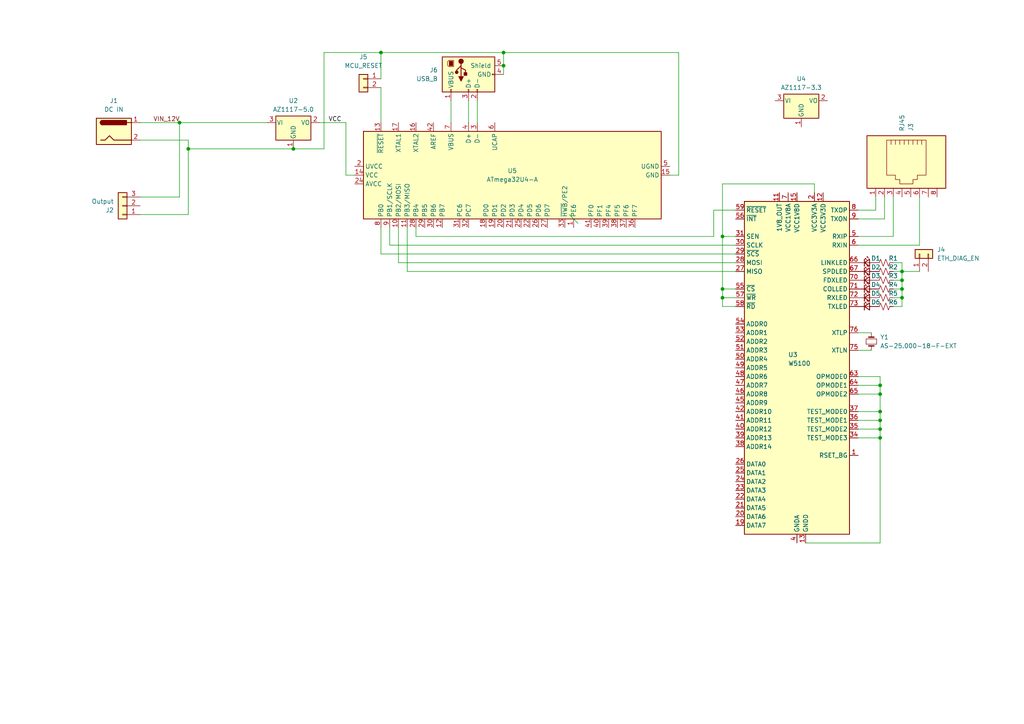
<source format=kicad_sch>
(kicad_sch (version 20230121) (generator eeschema)
  (paper "A4")
  (lib_symbols
    (symbol "Connector:Barrel_Jack" (pin_names (offset 1.016))
      (property "Reference" "J" (at 0 5.334 0))
      (property "Value" "Barrel_Jack" (at 0 -5.08 0))
      (symbol "Barrel_Jack_0_1"
        (rectangle (start -5.08 3.81) (end 5.08 -3.81) (stroke (width 0.254)) (fill (type background)))
        (arc (start -3.302 3.175) (mid -3.9343 2.54) (end -3.302 1.905) (stroke (width 0.254)))
        (arc (start -3.302 3.175) (mid -3.9343 2.54) (end -3.302 1.905) (stroke (width 0.254)) (fill (type outline)))
        (polyline (pts (xy 5.08 2.54) (xy 3.81 2.54)) (stroke (width 0.254)))
        (polyline (pts (xy -3.81 -2.54) (xy -2.54 -2.54) (xy -1.27 -1.27) (xy 0 -2.54) (xy 2.54 -2.54) (xy 5.08 -2.54)) (stroke (width 0.254)))
        (rectangle (start 3.683 3.175) (end -3.302 1.905) (stroke (width 0.254)) (fill (type outline)))
      )
      (symbol "Barrel_Jack_1_1"
        (pin passive line (at 7.62 2.54 180) (length 2.54) (name "~") (number "1"))
        (pin passive line (at 7.62 -2.54 180) (length 2.54) (name "~") (number "2"))
      )
    )
    (symbol "Connector:RJ45" (pin_names (offset 1.016))
      (property "Reference" "J" (at -5.08 13.97 0))
      (property "Value" "RJ45" (at 2.54 13.97 0))
      (symbol "RJ45_0_1"
        (polyline (pts (xy -5.08 4.445) (xy -6.35 4.445)))
        (polyline (pts (xy -5.08 5.715) (xy -6.35 5.715)))
        (polyline (pts (xy -6.35 -3.175) (xy -5.08 -3.175) (xy -5.08 -3.175)))
        (polyline (pts (xy -6.35 -1.905) (xy -5.08 -1.905) (xy -5.08 -1.905)))
        (polyline (pts (xy -6.35 -0.635) (xy -5.08 -0.635) (xy -5.08 -0.635)))
        (polyline (pts (xy -6.35 0.635) (xy -5.08 0.635) (xy -5.08 0.635)))
        (polyline (pts (xy -6.35 1.905) (xy -5.08 1.905) (xy -5.08 1.905)))
        (polyline (pts (xy -5.08 3.175) (xy -6.35 3.175) (xy -6.35 3.175)))
        (polyline (pts (xy -6.35 -4.445) (xy -6.35 6.985) (xy 3.81 6.985) (xy 3.81 4.445) (xy 5.08 4.445) (xy 5.08 3.175) (xy 6.35 3.175) (xy 6.35 -0.635) (xy 5.08 -0.635) (xy 5.08 -1.905) (xy 3.81 -1.905) (xy 3.81 -4.445) (xy -6.35 -4.445) (xy -6.35 -4.445)))
        (rectangle (start 7.62 12.7) (end -7.62 -10.16) (stroke (width 0.254)) (fill (type background)))
      )
      (symbol "RJ45_1_1"
        (pin passive line (at 10.16 -7.62 180) (length 2.54) (name "~") (number "1"))
        (pin passive line (at 10.16 -5.08 180) (length 2.54) (name "~") (number "2"))
        (pin passive line (at 10.16 -2.54 180) (length 2.54) (name "~") (number "3"))
        (pin passive line (at 10.16 0 180) (length 2.54) (name "~") (number "4"))
        (pin passive line (at 10.16 2.54 180) (length 2.54) (name "~") (number "5"))
        (pin passive line (at 10.16 5.08 180) (length 2.54) (name "~") (number "6"))
        (pin passive line (at 10.16 7.62 180) (length 2.54) (name "~") (number "7"))
        (pin passive line (at 10.16 10.16 180) (length 2.54) (name "~") (number "8"))
      )
    )
    (symbol "Connector:USB_B" (pin_names (offset 1.016))
      (property "Reference" "J" (at -5.08 11.43 0))
      (property "Value" "USB_B" (at -5.08 8.89 0))
      (symbol "USB_B_0_1"
        (rectangle (start -5.08 -7.62) (end 5.08 7.62) (stroke (width 0.254)) (fill (type background)))
        (circle (center -3.81 2.159) (radius 0.635) (stroke (width 0.254)) (fill (type outline)))
        (rectangle (start -3.81 5.588) (end -2.54 4.572) (fill (type outline)))
        (circle (center -0.635 3.429) (radius 0.381) (stroke (width 0.254)) (fill (type outline)))
        (rectangle (start -0.127 -7.62) (end 0.127 -6.858))
        (polyline (pts (xy -1.905 2.159) (xy 0.635 2.159)) (stroke (width 0.254)))
        (polyline (pts (xy -3.175 2.159) (xy -2.54 2.159) (xy -1.27 3.429) (xy -0.635 3.429)) (stroke (width 0.254)))
        (polyline (pts (xy -2.54 2.159) (xy -1.905 2.159) (xy -1.27 0.889) (xy 0 0.889)) (stroke (width 0.254)))
        (polyline (pts (xy 0.635 2.794) (xy 0.635 1.524) (xy 1.905 2.159) (xy 0.635 2.794)) (stroke (width 0.254)) (fill (type outline)))
        (polyline (pts (xy -4.064 4.318) (xy -2.286 4.318) (xy -2.286 5.715) (xy -2.667 6.096) (xy -3.683 6.096) (xy -4.064 5.715) (xy -4.064 4.318)))
        (rectangle (start 0.254 1.27) (end -0.508 0.508) (stroke (width 0.254)) (fill (type outline)))
        (rectangle (start 5.08 -2.667) (end 4.318 -2.413))
        (rectangle (start 5.08 -0.127) (end 4.318 0.127))
        (rectangle (start 5.08 4.953) (end 4.318 5.207))
      )
      (symbol "USB_B_1_1"
        (pin power_out line (at 7.62 5.08 180) (length 2.54) (name "VBUS") (number "1"))
        (pin bidirectional line (at 7.62 -2.54 180) (length 2.54) (name "D-") (number "2"))
        (pin bidirectional line (at 7.62 0 180) (length 2.54) (name "D+") (number "3"))
        (pin power_out line (at 0 -10.16 90) (length 2.54) (name "GND") (number "4"))
        (pin passive line (at -2.54 -10.16 90) (length 2.54) (name "Shield") (number "5"))
      )
    )
    (symbol "Connector_Generic:Conn_01x02" (pin_names (offset 1.016) hide)
      (property "Reference" "J" (at 0 2.54 0))
      (property "Value" "Conn_01x02" (at 0 -5.08 0))
      (symbol "Conn_01x02_1_1"
        (rectangle (start -1.27 -2.413) (end 0 -2.667) (stroke (width 0.1524)))
        (rectangle (start -1.27 0.127) (end 0 -0.127) (stroke (width 0.1524)))
        (rectangle (start -1.27 1.27) (end 1.27 -3.81) (stroke (width 0.254)) (fill (type background)))
        (pin passive line (at -5.08 0 0) (length 3.81) (name "Pin_1") (number "1"))
        (pin passive line (at -5.08 -2.54 0) (length 3.81) (name "Pin_2") (number "2"))
      )
    )
    (symbol "Connector_Generic:Conn_01x03" (pin_names (offset 1.016) hide)
      (property "Reference" "J" (at 0 5.08 0))
      (property "Value" "Conn_01x03" (at 0 -5.08 0))
      (symbol "Conn_01x03_1_1"
        (rectangle (start -1.27 -2.413) (end 0 -2.667) (stroke (width 0.1524)))
        (rectangle (start -1.27 0.127) (end 0 -0.127) (stroke (width 0.1524)))
        (rectangle (start -1.27 2.667) (end 0 2.413) (stroke (width 0.1524)))
        (rectangle (start -1.27 3.81) (end 1.27 -3.81) (stroke (width 0.254)) (fill (type background)))
        (pin passive line (at -5.08 2.54 0) (length 3.81) (name "Pin_1") (number "1"))
        (pin passive line (at -5.08 0 0) (length 3.81) (name "Pin_2") (number "2"))
        (pin passive line (at -5.08 -2.54 0) (length 3.81) (name "Pin_3") (number "3"))
      )
    )
    (symbol "Device:Crystal_Small" (pin_numbers hide) (pin_names (offset 1.016) hide)
      (property "Reference" "Y" (at 0 2.54 0))
      (property "Value" "Crystal_Small" (at 0 -2.54 0))
      (symbol "Crystal_Small_0_1"
        (rectangle (start -0.762 -1.524) (end 0.762 1.524))
        (polyline (pts (xy -1.27 -0.762) (xy -1.27 0.762)) (stroke (width 0.381)))
        (polyline (pts (xy 1.27 -0.762) (xy 1.27 0.762)) (stroke (width 0.381)))
      )
      (symbol "Crystal_Small_1_1"
        (pin passive line (at -2.54 0 0) (length 1.27) (name "1") (number "1"))
        (pin passive line (at 2.54 0 180) (length 1.27) (name "2") (number "2"))
      )
    )
    (symbol "Device:LED_Small" (pin_numbers hide) (pin_names (offset 0.254) hide)
      (property "Reference" "D" (at -1.27 3.175 0))
      (property "Value" "LED_Small" (at -4.445 -2.54 0))
      (symbol "LED_Small_0_1"
        (polyline (pts (xy -0.762 -1.016) (xy -0.762 1.016)) (stroke (width 0.254)))
        (polyline (pts (xy 1.016 0) (xy -0.762 0)))
        (polyline (pts (xy 0.762 -1.016) (xy -0.762 0) (xy 0.762 1.016) (xy 0.762 -1.016)) (stroke (width 0.254)))
        (polyline (pts (xy 0 0.762) (xy -0.508 1.27) (xy -0.254 1.27) (xy -0.508 1.27) (xy -0.508 1.016)))
        (polyline (pts (xy 0.508 1.27) (xy 0 1.778) (xy 0.254 1.778) (xy 0 1.778) (xy 0 1.524)))
      )
      (symbol "LED_Small_1_1"
        (pin passive line (at -2.54 0 0) (length 1.778) (name "K") (number "1"))
        (pin passive line (at 2.54 0 180) (length 1.778) (name "A") (number "2"))
      )
    )
    (symbol "Device:R_Small_US" (pin_numbers hide) (pin_names (offset 0.254) hide)
      (property "Reference" "R" (at 0.762 0.508 0))
      (property "Value" "R_Small_US" (at 0.762 -1.016 0))
      (symbol "R_Small_US_1_1"
        (polyline (pts (xy 0 0) (xy 1.016 -0.381) (xy 0 -0.762) (xy -1.016 -1.143) (xy 0 -1.524)))
        (polyline (pts (xy 0 1.524) (xy 1.016 1.143) (xy 0 0.762) (xy -1.016 0.381) (xy 0 0)))
        (pin passive line (at 0 2.54 270) (length 1.016) (name "~") (number "1"))
        (pin passive line (at 0 -2.54 90) (length 1.016) (name "~") (number "2"))
      )
    )
    (symbol "Interface_Ethernet:W5100"
      (property "Reference" "U" (at -15.24 49.53 0))
      (property "Value" "W5100" (at 15.24 49.53 0))
      (symbol "W5100_0_1"
        (rectangle (start -15.24 48.26) (end 15.24 -48.26) (stroke (width 0.254)) (fill (type background)))
      )
      (symbol "W5100_1_1"
        (pin output line (at 17.78 -25.4 180) (length 2.54) (name "RSET_BG") (number "1"))
        (pin passive line (at 0 -50.8 90) (length 2.54) hide (name "GNDA") (number "10"))
        (pin power_out line (at -5.08 50.8 270) (length 2.54) (name "1V8_OUT") (number "11"))
        (pin power_in line (at 7.62 50.8 270) (length 2.54) (name "VCC3V3D") (number "12"))
        (pin power_in line (at 2.54 -50.8 90) (length 2.54) (name "GNDD") (number "13"))
        (pin passive line (at 2.54 -50.8 90) (length 2.54) hide (name "GNDD") (number "14"))
        (pin power_in line (at 0 50.8 270) (length 2.54) (name "VCC1V8D") (number "15"))
        (pin passive line (at 0 50.8 270) (length 2.54) hide (name "VCC1V8D") (number "16"))
        (pin passive line (at 2.54 -50.8 90) (length 2.54) hide (name "GNDD") (number "17"))
        (pin passive line (at 7.62 50.8 270) (length 2.54) hide (name "VCC3V3D") (number "18"))
        (pin bidirectional line (at -17.78 -45.72 0) (length 2.54) (name "DATA7") (number "19"))
        (pin power_in line (at 5.08 50.8 270) (length 2.54) (name "VCC3V3A") (number "2"))
        (pin bidirectional line (at -17.78 -43.18 0) (length 2.54) (name "DATA6") (number "20"))
        (pin bidirectional line (at -17.78 -40.64 0) (length 2.54) (name "DATA5") (number "21"))
        (pin bidirectional line (at -17.78 -38.1 0) (length 2.54) (name "DATA4") (number "22"))
        (pin bidirectional line (at -17.78 -35.56 0) (length 2.54) (name "DATA3") (number "23"))
        (pin bidirectional line (at -17.78 -33.02 0) (length 2.54) (name "DATA2") (number "24"))
        (pin bidirectional line (at -17.78 -30.48 0) (length 2.54) (name "DATA1") (number "25"))
        (pin bidirectional line (at -17.78 -27.94 0) (length 2.54) (name "DATA0") (number "26"))
        (pin output line (at -17.78 27.94 0) (length 2.54) (name "MISO") (number "27"))
        (pin input line (at -17.78 30.48 0) (length 2.54) (name "MOSI") (number "28"))
        (pin input line (at -17.78 33.02 0) (length 2.54) (name "~{SCS}") (number "29"))
        (pin no_connect line (at 15.24 -30.48 180) (length 2.54) hide (name "NC") (number "3"))
        (pin input line (at -17.78 35.56 0) (length 2.54) (name "SCLK") (number "30"))
        (pin input line (at -17.78 38.1 0) (length 2.54) (name "SEN") (number "31"))
        (pin passive line (at 2.54 -50.8 90) (length 2.54) hide (name "GNDD") (number "32"))
        (pin passive line (at 0 50.8 270) (length 2.54) hide (name "VCC1V8D") (number "33"))
        (pin input line (at 17.78 -20.32 180) (length 2.54) (name "TEST_MODE3") (number "34"))
        (pin input line (at 17.78 -17.78 180) (length 2.54) (name "TEST_MODE2") (number "35"))
        (pin input line (at 17.78 -15.24 180) (length 2.54) (name "TEST_MODE1") (number "36"))
        (pin input line (at 17.78 -12.7 180) (length 2.54) (name "TEST_MODE0") (number "37"))
        (pin input line (at -17.78 -22.86 0) (length 2.54) (name "ADDR14") (number "38"))
        (pin input line (at -17.78 -20.32 0) (length 2.54) (name "ADDR13") (number "39"))
        (pin power_in line (at 0 -50.8 90) (length 2.54) (name "GNDA") (number "4"))
        (pin input line (at -17.78 -17.78 0) (length 2.54) (name "ADDR12") (number "40"))
        (pin input line (at -17.78 -15.24 0) (length 2.54) (name "ADDR11") (number "41"))
        (pin input line (at -17.78 -12.7 0) (length 2.54) (name "ADDR10") (number "42"))
        (pin passive line (at 2.54 -50.8 90) (length 2.54) hide (name "GNDD") (number "43"))
        (pin passive line (at 7.62 50.8 270) (length 2.54) hide (name "VCC3V3D") (number "44"))
        (pin input line (at -17.78 -10.16 0) (length 2.54) (name "ADDR9") (number "45"))
        (pin input line (at -17.78 -7.62 0) (length 2.54) (name "ADDR8") (number "46"))
        (pin input line (at -17.78 -5.08 0) (length 2.54) (name "ADDR7") (number "47"))
        (pin input line (at -17.78 -2.54 0) (length 2.54) (name "ADDR6") (number "48"))
        (pin input line (at -17.78 0 0) (length 2.54) (name "ADDR5") (number "49"))
        (pin input line (at 17.78 38.1 180) (length 2.54) (name "RXIP") (number "5"))
        (pin input line (at -17.78 2.54 0) (length 2.54) (name "ADDR4") (number "50"))
        (pin input line (at -17.78 5.08 0) (length 2.54) (name "ADDR3") (number "51"))
        (pin input line (at -17.78 7.62 0) (length 2.54) (name "ADDR2") (number "52"))
        (pin input line (at -17.78 10.16 0) (length 2.54) (name "ADDR1") (number "53"))
        (pin input line (at -17.78 12.7 0) (length 2.54) (name "ADDR0") (number "54"))
        (pin input line (at -17.78 22.86 0) (length 2.54) (name "~{CS}") (number "55"))
        (pin output line (at -17.78 43.18 0) (length 2.54) (name "~{INT}") (number "56"))
        (pin input line (at -17.78 20.32 0) (length 2.54) (name "~{WR}") (number "57"))
        (pin input line (at -17.78 17.78 0) (length 2.54) (name "~{RD}") (number "58"))
        (pin input line (at -17.78 45.72 0) (length 2.54) (name "~{RESET}") (number "59"))
        (pin input line (at 17.78 35.56 180) (length 2.54) (name "RXIN") (number "6"))
        (pin no_connect line (at 15.24 -33.02 180) (length 2.54) hide (name "NC") (number "60"))
        (pin no_connect line (at 15.24 -35.56 180) (length 2.54) hide (name "NC") (number "61"))
        (pin no_connect line (at 15.24 -38.1 180) (length 2.54) hide (name "NC") (number "62"))
        (pin input line (at 17.78 -2.54 180) (length 2.54) (name "OPMODE0") (number "63"))
        (pin input line (at 17.78 -5.08 180) (length 2.54) (name "OPMODE1") (number "64"))
        (pin input line (at 17.78 -7.62 180) (length 2.54) (name "OPMODE2") (number "65"))
        (pin output line (at 17.78 30.48 180) (length 2.54) (name "LINKLED") (number "66"))
        (pin output line (at 17.78 27.94 180) (length 2.54) (name "SPDLED") (number "67"))
        (pin passive line (at 2.54 -50.8 90) (length 2.54) hide (name "GNDD") (number "68"))
        (pin passive line (at 0 50.8 270) (length 2.54) hide (name "VCC1V8D") (number "69"))
        (pin power_in line (at -2.54 50.8 270) (length 2.54) (name "VCC1V8A") (number "7"))
        (pin output line (at 17.78 25.4 180) (length 2.54) (name "FDXLED") (number "70"))
        (pin output line (at 17.78 22.86 180) (length 2.54) (name "COLLED") (number "71"))
        (pin output line (at 17.78 20.32 180) (length 2.54) (name "RXLED") (number "72"))
        (pin output line (at 17.78 17.78 180) (length 2.54) (name "TXLED") (number "73"))
        (pin passive line (at -2.54 50.8 270) (length 2.54) hide (name "VCC1V8A") (number "74"))
        (pin input line (at 17.78 5.08 180) (length 2.54) (name "XTLN") (number "75"))
        (pin output line (at 17.78 10.16 180) (length 2.54) (name "XTLP") (number "76"))
        (pin passive line (at 0 -50.8 90) (length 2.54) hide (name "GNDA") (number "77"))
        (pin no_connect line (at 15.24 -40.64 180) (length 2.54) hide (name "NC") (number "78"))
        (pin no_connect line (at 15.24 -43.18 180) (length 2.54) hide (name "NC") (number "79"))
        (pin output line (at 17.78 45.72 180) (length 2.54) (name "TXOP") (number "8"))
        (pin no_connect line (at 15.24 -45.72 180) (length 2.54) hide (name "NC") (number "80"))
        (pin output line (at 17.78 43.18 180) (length 2.54) (name "TXON") (number "9"))
      )
    )
    (symbol "MCU_Microchip_ATmega:ATmega32U4-A"
      (property "Reference" "U5" (at -1.27 0 90))
      (property "Value" "ATmega32U4-A" (at 1.27 0 90))
      (symbol "ATmega32U4-A_0_1"
        (rectangle (start -12.7 -43.18) (end 12.7 43.18) (stroke (width 0.254)) (fill (type background)))
      )
      (symbol "ATmega32U4-A_1_1"
        (pin bidirectional line (at 15.24 -17.78 180) (length 2.54) (name "PE6") (number "1"))
        (pin bidirectional line (at 15.24 33.02 180) (length 2.54) (name "PB2/MOSI") (number "10"))
        (pin bidirectional line (at 15.24 30.48 180) (length 2.54) (name "PB3/MISO") (number "11"))
        (pin bidirectional line (at 15.24 20.32 180) (length 2.54) (name "PB7") (number "12"))
        (pin input line (at -15.24 38.1 0) (length 2.54) (name "~{RESET}") (number "13"))
        (pin power_in line (at 0 45.72 270) (length 2.54) (name "VCC") (number "14"))
        (pin power_in line (at 0 -45.72 90) (length 2.54) (name "GND") (number "15"))
        (pin output line (at -15.24 27.94 0) (length 2.54) (name "XTAL2") (number "16"))
        (pin input line (at -15.24 33.02 0) (length 2.54) (name "XTAL1") (number "17"))
        (pin bidirectional line (at 15.24 7.62 180) (length 2.54) (name "PD0") (number "18"))
        (pin bidirectional line (at 15.24 5.08 180) (length 2.54) (name "PD1") (number "19"))
        (pin power_in line (at -2.54 45.72 270) (length 2.54) (name "UVCC") (number "2"))
        (pin bidirectional line (at 15.24 2.54 180) (length 2.54) (name "PD2") (number "20"))
        (pin bidirectional line (at 15.24 0 180) (length 2.54) (name "PD3") (number "21"))
        (pin bidirectional line (at 15.24 -5.08 180) (length 2.54) (name "PD5") (number "22"))
        (pin passive line (at 0 -45.72 90) (length 2.54) hide (name "GND") (number "23"))
        (pin power_in line (at 2.54 45.72 270) (length 2.54) (name "AVCC") (number "24"))
        (pin bidirectional line (at 15.24 -2.54 180) (length 2.54) (name "PD4") (number "25"))
        (pin bidirectional line (at 15.24 -7.62 180) (length 2.54) (name "PD6") (number "26"))
        (pin bidirectional line (at 15.24 -10.16 180) (length 2.54) (name "PD7") (number "27"))
        (pin bidirectional line (at 15.24 27.94 180) (length 2.54) (name "PB4") (number "28"))
        (pin bidirectional line (at 15.24 25.4 180) (length 2.54) (name "PB5") (number "29"))
        (pin bidirectional line (at -15.24 10.16 0) (length 2.54) (name "D-") (number "3"))
        (pin bidirectional line (at 15.24 22.86 180) (length 2.54) (name "PB6") (number "30"))
        (pin bidirectional line (at 15.24 15.24 180) (length 2.54) (name "PC6") (number "31"))
        (pin bidirectional line (at 15.24 12.7 180) (length 2.54) (name "PC7") (number "32"))
        (pin bidirectional line (at 15.24 -15.24 180) (length 2.54) (name "~{HWB}/PE2") (number "33"))
        (pin passive line (at 0 45.72 270) (length 2.54) hide (name "VCC") (number "34"))
        (pin passive line (at 0 -45.72 90) (length 2.54) hide (name "GND") (number "35"))
        (pin bidirectional line (at 15.24 -35.56 180) (length 2.54) (name "PF7") (number "36"))
        (pin bidirectional line (at 15.24 -33.02 180) (length 2.54) (name "PF6") (number "37"))
        (pin bidirectional line (at 15.24 -30.48 180) (length 2.54) (name "PF5") (number "38"))
        (pin bidirectional line (at 15.24 -27.94 180) (length 2.54) (name "PF4") (number "39"))
        (pin bidirectional line (at -15.24 12.7 0) (length 2.54) (name "D+") (number "4"))
        (pin bidirectional line (at 15.24 -25.4 180) (length 2.54) (name "PF1") (number "40"))
        (pin bidirectional line (at 15.24 -22.86 180) (length 2.54) (name "PF0") (number "41"))
        (pin passive line (at -15.24 22.86 0) (length 2.54) (name "AREF") (number "42"))
        (pin passive line (at 0 -45.72 90) (length 2.54) hide (name "GND") (number "43"))
        (pin passive line (at 2.54 45.72 270) (length 2.54) hide (name "AVCC") (number "44"))
        (pin passive line (at -2.54 -45.72 90) (length 2.54) (name "UGND") (number "5"))
        (pin passive line (at -15.24 5.08 0) (length 2.54) (name "UCAP") (number "6"))
        (pin input line (at -15.24 17.78 0) (length 2.54) (name "VBUS") (number "7"))
        (pin bidirectional line (at 15.24 38.1 180) (length 2.54) (name "PB0") (number "8"))
        (pin bidirectional line (at 15.24 35.56 180) (length 2.54) (name "PB1/SCLK") (number "9"))
      )
    )
    (symbol "Regulator_Linear:AZ1117-3.3" (pin_names (offset 0.254))
      (property "Reference" "U" (at -3.81 3.175 0))
      (property "Value" "AZ1117-3.3" (at 0 3.175 0))
      (symbol "AZ1117-3.3_0_1"
        (rectangle (start -5.08 1.905) (end 5.08 -5.08) (stroke (width 0.254)) (fill (type background)))
      )
      (symbol "AZ1117-3.3_1_1"
        (pin power_in line (at 0 -7.62 90) (length 2.54) (name "GND") (number "1"))
        (pin power_out line (at 7.62 0 180) (length 2.54) (name "VO") (number "2"))
        (pin power_in line (at -7.62 0 0) (length 2.54) (name "VI") (number "3"))
      )
    )
    (symbol "Regulator_Linear:AZ1117-5.0" (pin_names (offset 0.254))
      (property "Reference" "U" (at -3.81 3.175 0))
      (property "Value" "AZ1117-5.0" (at 0 3.175 0))
      (symbol "AZ1117-5.0_0_1"
        (rectangle (start -5.08 1.905) (end 5.08 -5.08) (stroke (width 0.254)) (fill (type background)))
      )
      (symbol "AZ1117-5.0_1_1"
        (pin power_in line (at 0 -7.62 90) (length 2.54) (name "GND") (number "1"))
        (pin power_out line (at 7.62 0 180) (length 2.54) (name "VO") (number "2"))
        (pin power_in line (at -7.62 0 0) (length 2.54) (name "VI") (number "3"))
      )
    )
  )
  (junction (at 146.05 15.24))
  (junction (at 209.55 68.58))
  (junction (at 255.27 124.46))
  (junction (at 209.55 86.36))
  (junction (at 255.27 127))
  (junction (at 261.62 83.82))
  (junction (at 255.27 119.38))
  (junction (at 146.05 19.05))
  (junction (at 209.55 83.82))
  (junction (at 255.27 111.76))
  (junction (at 255.27 114.3))
  (junction (at 85.09 43.18))
  (junction (at 261.62 78.74))
  (junction (at 110.49 15.24))
  (junction (at 255.27 121.92))
  (junction (at 52.07 35.56))
  (junction (at 54.61 43.18))
  (junction (at 261.62 86.36))
  (junction (at 261.62 81.28))
  (bus_entry (at 165.1 62.23) (size 2.54 2.54))
  (wire (pts (xy 40.64 40.64) (xy 54.61 40.64)))
  (wire (pts (xy 209.55 68.58) (xy 209.55 53.34)))
  (wire (pts (xy 248.92 96.52) (xy 252.73 96.52)))
  (wire (pts (xy 209.55 83.82) (xy 209.55 68.58)))
  (wire (pts (xy 146.05 15.24) (xy 196.85 15.24)))
  (wire (pts (xy 248.92 109.22) (xy 255.27 109.22)))
  (wire (pts (xy 146.05 19.05) (xy 146.05 21.59)))
  (wire (pts (xy 266.7 71.12) (xy 266.7 57.15)))
  (wire (pts (xy 248.92 127) (xy 255.27 127)))
  (wire (pts (xy 209.55 83.82) (xy 213.36 83.82)))
  (wire (pts (xy 52.07 57.15) (xy 40.64 57.15)))
  (wire (pts (xy 248.92 124.46) (xy 255.27 124.46)))
  (wire (pts (xy 196.85 15.24) (xy 196.85 50.8)))
  (wire (pts (xy 52.07 35.56) (xy 52.07 57.15)))
  (wire (pts (xy 207.01 60.96) (xy 213.36 60.96)))
  (wire (pts (xy 54.61 43.18) (xy 54.61 62.23)))
  (wire (pts (xy 118.11 66.04) (xy 118.11 78.74)))
  (wire (pts (xy 209.55 86.36) (xy 213.36 86.36)))
  (wire (pts (xy 120.65 68.58) (xy 207.01 68.58)))
  (wire (pts (xy 120.65 66.04) (xy 120.65 68.58)))
  (wire (pts (xy 213.36 71.12) (xy 113.03 71.12)))
  (wire (pts (xy 92.71 35.56) (xy 100.33 35.56)))
  (wire (pts (xy 248.92 111.76) (xy 255.27 111.76)))
  (wire (pts (xy 138.43 29.21) (xy 138.43 35.56)))
  (wire (pts (xy 135.89 29.21) (xy 135.89 35.56)))
  (wire (pts (xy 255.27 111.76) (xy 255.27 109.22)))
  (wire (pts (xy 115.57 76.2) (xy 213.36 76.2)))
  (wire (pts (xy 233.68 157.48) (xy 255.27 157.48)))
  (wire (pts (xy 118.11 78.74) (xy 213.36 78.74)))
  (wire (pts (xy 93.98 15.24) (xy 93.98 43.18)))
  (wire (pts (xy 248.92 63.5) (xy 256.54 63.5)))
  (wire (pts (xy 255.27 121.92) (xy 255.27 119.38)))
  (wire (pts (xy 255.27 119.38) (xy 255.27 114.3)))
  (wire (pts (xy 255.27 157.48) (xy 255.27 127)))
  (wire (pts (xy 209.55 86.36) (xy 209.55 83.82)))
  (wire (pts (xy 255.27 114.3) (xy 255.27 111.76)))
  (wire (pts (xy 110.49 25.4) (xy 110.49 35.56)))
  (wire (pts (xy 261.62 76.2) (xy 261.62 78.74)))
  (wire (pts (xy 255.27 124.46) (xy 255.27 121.92)))
  (wire (pts (xy 248.92 114.3) (xy 255.27 114.3)))
  (wire (pts (xy 259.08 81.28) (xy 261.62 81.28)))
  (wire (pts (xy 255.27 127) (xy 255.27 124.46)))
  (wire (pts (xy 261.62 81.28) (xy 261.62 78.74)))
  (wire (pts (xy 100.33 50.8) (xy 102.87 50.8)))
  (wire (pts (xy 259.08 78.74) (xy 261.62 78.74)))
  (wire (pts (xy 259.08 68.58) (xy 259.08 57.15)))
  (wire (pts (xy 100.33 35.56) (xy 100.33 50.8)))
  (wire (pts (xy 248.92 101.6) (xy 252.73 101.6)))
  (wire (pts (xy 236.22 53.34) (xy 236.22 55.88)))
  (wire (pts (xy 146.05 15.24) (xy 146.05 19.05)))
  (wire (pts (xy 110.49 73.66) (xy 213.36 73.66)))
  (wire (pts (xy 209.55 88.9) (xy 209.55 86.36)))
  (wire (pts (xy 54.61 43.18) (xy 85.09 43.18)))
  (wire (pts (xy 110.49 15.24) (xy 110.49 22.86)))
  (wire (pts (xy 194.31 50.8) (xy 196.85 50.8)))
  (wire (pts (xy 261.62 83.82) (xy 261.62 81.28)))
  (wire (pts (xy 40.64 62.23) (xy 54.61 62.23)))
  (wire (pts (xy 259.08 86.36) (xy 261.62 86.36)))
  (wire (pts (xy 259.08 88.9) (xy 261.62 88.9)))
  (wire (pts (xy 130.81 29.21) (xy 130.81 35.56)))
  (wire (pts (xy 213.36 88.9) (xy 209.55 88.9)))
  (wire (pts (xy 209.55 53.34) (xy 236.22 53.34)))
  (wire (pts (xy 110.49 15.24) (xy 146.05 15.24)))
  (wire (pts (xy 52.07 35.56) (xy 77.47 35.56)))
  (wire (pts (xy 256.54 63.5) (xy 256.54 57.15)))
  (wire (pts (xy 259.08 76.2) (xy 261.62 76.2)))
  (wire (pts (xy 209.55 68.58) (xy 213.36 68.58)))
  (wire (pts (xy 115.57 66.04) (xy 115.57 76.2)))
  (wire (pts (xy 207.01 68.58) (xy 207.01 60.96)))
  (wire (pts (xy 259.08 83.82) (xy 261.62 83.82)))
  (wire (pts (xy 113.03 71.12) (xy 113.03 66.04)))
  (wire (pts (xy 248.92 68.58) (xy 259.08 68.58)))
  (wire (pts (xy 248.92 121.92) (xy 255.27 121.92)))
  (wire (pts (xy 93.98 15.24) (xy 110.49 15.24)))
  (wire (pts (xy 110.49 66.04) (xy 110.49 73.66)))
  (wire (pts (xy 54.61 40.64) (xy 54.61 43.18)))
  (wire (pts (xy 248.92 71.12) (xy 266.7 71.12)))
  (wire (pts (xy 248.92 60.96) (xy 254 60.96)))
  (wire (pts (xy 254 60.96) (xy 254 57.15)))
  (wire (pts (xy 261.62 86.36) (xy 261.62 83.82)))
  (wire (pts (xy 248.92 119.38) (xy 255.27 119.38)))
  (wire (pts (xy 40.64 35.56) (xy 52.07 35.56)))
  (wire (pts (xy 261.62 88.9) (xy 261.62 86.36)))
  (wire (pts (xy 93.98 43.18) (xy 85.09 43.18)))
  (wire (pts (xy 261.62 78.74) (xy 266.7 78.74)))
  (label "VIN_12V" (at 44.45 35.56 0))
  (label "VCC" (at 95.25 35.56 0))
  (symbol (lib_id "Regulator_Linear:AZ1117-3.3") (at 232.41 29.21 0) (unit 1)
    (property "Reference" "U4" (at 232.41 22.86 0))
    (property "Value" "AZ1117-3.3" (at 232.41 25.4 0))
    (property "Datasheet" "https://www.diodes.com/assets/Datasheets/AZ1117.pdf" (effects hide))
  )
  (symbol (lib_id "Regulator_Linear:AZ1117-5.0") (at 85.09 35.56 0) (unit 1)
    (property "Reference" "U2" (at 85.09 29.21 0))
    (property "Value" "AZ1117-5.0" (at 85.09 31.75 0))
    (property "Datasheet" "https://www.diodes.com/assets/Datasheets/AZ1117.pdf" (effects hide))
  )
  (symbol (lib_id "Device:LED_Small") (at 251.46 76.2 0) (unit 1)
    (property "Reference" "D1" (at 254 74.93 0))
    (property "Value" "LED_Small" (effects hide))
    (property "Footprint" "LED_THT:LED_D5.0mm" (effects hide))
  )
  (symbol (lib_id "Device:LED_Small") (at 251.46 86.36 0) (unit 1)
    (property "Reference" "D5" (at 254 85.09 0))
    (property "Value" "LED_Small" (effects hide))
    (property "Footprint" "LED_THT:LED_D5.0mm" (effects hide))
  )
  (symbol (lib_id "Device:Crystal_Small") (at 252.73 99.06 90) (unit 1)
    (property "Reference" "Y1" (at 255.27 97.79 90) (effects (justify right)))
    (property "Value" "AS-25.000-18-F-EXT" (at 255.27 100.33 90) (effects (justify right)))
    (property "Footprint" "Crystal:Crystal_HC49-U_Vertical" (effects hide))
  )
  (symbol (lib_id "Device:R_Small_US") (at 256.54 86.36 90) (unit 1)
    (property "Reference" "R5" (at 259.08 85.09 90))
    (property "Value" "R_Small_US" (effects hide))
    (property "Footprint" "Resistor_THT:R_Axial_DIN0207_L6.3mm_D2.5mm_P7.62mm_Horizontal" (effects hide))
  )
  (symbol (lib_id "Device:R_Small_US") (at 256.54 81.28 90) (unit 1)
    (property "Reference" "R3" (at 259.08 80.01 90))
    (property "Value" "R_Small_US" (effects hide))
    (property "Footprint" "Resistor_THT:R_Axial_DIN0207_L6.3mm_D2.5mm_P7.62mm_Horizontal" (effects hide))
  )
  (symbol (lib_id "Device:LED_Small") (at 251.46 83.82 0) (unit 1)
    (property "Reference" "D4" (at 254 82.55 0))
    (property "Value" "LED_Small" (effects hide))
    (property "Footprint" "LED_THT:LED_D5.0mm" (effects hide))
  )
  (symbol (lib_id "Device:R_Small_US") (at 256.54 88.9 90) (unit 1)
    (property "Reference" "R6" (at 259.08 87.63 90))
    (property "Value" "R_Small_US" (effects hide))
    (property "Footprint" "Resistor_THT:R_Axial_DIN0207_L6.3mm_D2.5mm_P7.62mm_Horizontal" (effects hide))
  )
  (symbol (lib_id "Connector:RJ45") (at 261.62 46.99 270) (unit 1)
    (property "Reference" "J3" (at 264.16 38.1 0) (effects (justify right)))
    (property "Value" "RJ45" (at 261.62 38.1 0) (effects (justify right)))
  )
  (symbol (lib_id "Connector:Barrel_Jack") (at 33.02 38.1 0) (unit 1)
    (property "Reference" "J1" (at 33.02 29.21 0))
    (property "Value" "DC IN" (at 33.02 31.75 0))
  )
  (symbol (lib_id "Device:R_Small_US") (at 256.54 78.74 90) (unit 1)
    (property "Reference" "R2" (at 259.08 77.47 90))
    (property "Value" "R_Small_US" (effects hide))
    (property "Footprint" "Resistor_THT:R_Axial_DIN0207_L6.3mm_D2.5mm_P7.62mm_Horizontal" (effects hide))
  )
  (symbol (lib_id "Connector_Generic:Conn_01x02") (at 105.41 22.86 0) (mirror y) (unit 1)
    (property "Reference" "J5" (at 105.41 16.51 0))
    (property "Value" "MCU_RESET" (at 105.41 19.05 0))
  )
  (symbol (lib_id "MCU_Microchip_ATmega:ATmega32U4-A") (at 148.59 50.8 90) (mirror x) (unit 1)
    (property "Reference" "U5" (at 148.59 49.53 90))
    (property "Value" "ATmega32U4-A" (at 148.59 52.07 90))
    (property "Footprint" "Package_QFP:TQFP-44_10x10mm_P0.8mm" (effects hide))
    (property "Datasheet" "http://ww1.microchip.com/downloads/en/DeviceDoc/Atmel-7766-8-bit-AVR-ATmega16U4-32U4_Datasheet.pdf" (effects hide))
  )
  (symbol (lib_id "Device:LED_Small") (at 251.46 88.9 0) (unit 1)
    (property "Reference" "D6" (at 254 87.63 0))
    (property "Value" "LED_Small" (effects hide))
    (property "Footprint" "LED_THT:LED_D5.0mm" (effects hide))
  )
  (symbol (lib_id "Device:LED_Small") (at 251.46 78.74 0) (unit 1)
    (property "Reference" "D2" (at 254 77.47 0))
    (property "Value" "LED_Small" (effects hide))
    (property "Footprint" "LED_THT:LED_D5.0mm" (effects hide))
  )
  (symbol (lib_id "Device:LED_Small") (at 251.46 81.28 0) (unit 1)
    (property "Reference" "D3" (at 254 80.01 0))
    (property "Value" "LED_Small" (effects hide))
    (property "Footprint" "LED_THT:LED_D5.0mm" (effects hide))
  )
  (symbol (lib_id "Connector_Generic:Conn_01x02") (at 266.7 73.66 90) (unit 1)
    (property "Reference" "J4" (at 271.78 72.39 90) (effects (justify right)))
    (property "Value" "ETH_DIAG_EN" (at 271.78 74.93 90) (effects (justify right)))
  )
  (symbol (lib_id "Connector:USB_B") (at 135.89 21.59 90) (mirror x) (unit 1)
    (property "Reference" "J6" (at 127 20.32 90) (effects (justify left)))
    (property "Value" "USB_B" (at 127 22.86 90) (effects (justify left)))
    (property "Datasheet" " ~" (effects hide))
  )
  (symbol (lib_id "Interface_Ethernet:W5100") (at 231.14 106.68 0) (unit 1)
    (property "Reference" "U3" (at 228.6 102.87 0) (effects (justify left)))
    (property "Value" "W5100" (at 228.6 105.41 0) (effects (justify left)))
    (property "Footprint" "Package_QFP:LQFP-80_10x10mm_P0.4mm" (effects hide))
    (property "Datasheet" "http://www.wiznet.io/wp-content/uploads/wiznethome/Chip/W5100/Document/W5100_Datasheet_v1.2.7.pdf" (effects hide))
  )
  (symbol (lib_id "Device:R_Small_US") (at 256.54 76.2 90) (unit 1)
    (property "Reference" "R1" (at 259.08 74.93 90))
    (property "Value" "R_Small_US" (effects hide))
    (property "Footprint" "Resistor_THT:R_Axial_DIN0207_L6.3mm_D2.5mm_P7.62mm_Horizontal" (effects hide))
  )
  (symbol (lib_id "Connector_Generic:Conn_01x03") (at 35.56 59.69 180) (unit 1)
    (property "Reference" "J2" (at 33.02 60.96 0) (effects (justify left)))
    (property "Value" "Output" (at 33.02 58.42 0) (effects (justify left)))
  )
  (symbol (lib_id "Device:R_Small_US") (at 256.54 83.82 90) (unit 1)
    (property "Reference" "R4" (at 259.08 82.55 90))
    (property "Value" "R_Small_US" (effects hide))
    (property "Footprint" "Resistor_THT:R_Axial_DIN0207_L6.3mm_D2.5mm_P7.62mm_Horizontal" (effects hide))
  )
)
</source>
